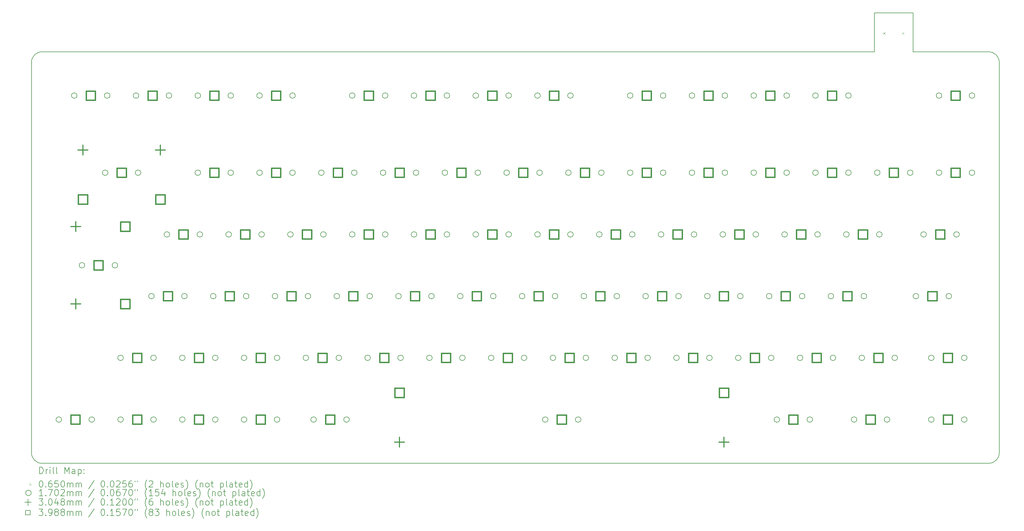
<source format=gbr>
%FSLAX45Y45*%
G04 Gerber Fmt 4.5, Leading zero omitted, Abs format (unit mm)*
G04 Created by KiCad (PCBNEW (6.0.2)) date 2022-03-04 19:39:15*
%MOMM*%
%LPD*%
G01*
G04 APERTURE LIST*
%TA.AperFunction,Profile*%
%ADD10C,0.200000*%
%TD*%
%ADD11C,0.200000*%
%ADD12C,0.065000*%
%ADD13C,0.170180*%
%ADD14C,0.304800*%
%ADD15C,0.398780*%
G04 APERTURE END LIST*
D10*
X2871726Y-3603125D02*
X28544851Y-3603125D01*
X28544851Y-2399800D02*
X28544851Y-3603125D01*
X32399226Y-15985625D02*
X32399226Y-3920625D01*
X28544851Y-2399800D02*
X29744851Y-2399800D01*
X2871726Y-3603125D02*
G75*
G03*
X2554226Y-3920625I0J-317500D01*
G01*
X32081726Y-16303125D02*
G75*
G03*
X32399226Y-15985625I0J317500D01*
G01*
X29744851Y-3603125D02*
X32081726Y-3603125D01*
X32399226Y-3920625D02*
G75*
G03*
X32081726Y-3603125I-317500J0D01*
G01*
X2871726Y-16303125D02*
X32081726Y-16303125D01*
X29744851Y-2399800D02*
X29744851Y-3603125D01*
X2554226Y-15985625D02*
G75*
G03*
X2871726Y-16303125I317500J0D01*
G01*
X2554226Y-3920625D02*
X2554226Y-15985625D01*
D11*
D12*
X28823351Y-2999135D02*
X28888351Y-3064135D01*
X28888351Y-2999135D02*
X28823351Y-3064135D01*
X29401351Y-2999135D02*
X29466351Y-3064135D01*
X29466351Y-2999135D02*
X29401351Y-3064135D01*
D13*
X3480691Y-14953750D02*
G75*
G03*
X3480691Y-14953750I-85090J0D01*
G01*
X3956941Y-4952500D02*
G75*
G03*
X3956941Y-4952500I-85090J0D01*
G01*
X4195066Y-10191250D02*
G75*
G03*
X4195066Y-10191250I-85090J0D01*
G01*
X4496691Y-14953750D02*
G75*
G03*
X4496691Y-14953750I-85090J0D01*
G01*
X4909441Y-7333750D02*
G75*
G03*
X4909441Y-7333750I-85090J0D01*
G01*
X4972941Y-4952500D02*
G75*
G03*
X4972941Y-4952500I-85090J0D01*
G01*
X5211066Y-10191250D02*
G75*
G03*
X5211066Y-10191250I-85090J0D01*
G01*
X5385691Y-13048750D02*
G75*
G03*
X5385691Y-13048750I-85090J0D01*
G01*
X5385691Y-14953750D02*
G75*
G03*
X5385691Y-14953750I-85090J0D01*
G01*
X5861941Y-4952500D02*
G75*
G03*
X5861941Y-4952500I-85090J0D01*
G01*
X5925441Y-7333750D02*
G75*
G03*
X5925441Y-7333750I-85090J0D01*
G01*
X6338191Y-11143750D02*
G75*
G03*
X6338191Y-11143750I-85090J0D01*
G01*
X6401691Y-13048750D02*
G75*
G03*
X6401691Y-13048750I-85090J0D01*
G01*
X6401691Y-14953750D02*
G75*
G03*
X6401691Y-14953750I-85090J0D01*
G01*
X6814441Y-9238750D02*
G75*
G03*
X6814441Y-9238750I-85090J0D01*
G01*
X6877941Y-4952500D02*
G75*
G03*
X6877941Y-4952500I-85090J0D01*
G01*
X7290691Y-13048750D02*
G75*
G03*
X7290691Y-13048750I-85090J0D01*
G01*
X7290691Y-14953750D02*
G75*
G03*
X7290691Y-14953750I-85090J0D01*
G01*
X7354191Y-11143750D02*
G75*
G03*
X7354191Y-11143750I-85090J0D01*
G01*
X7766941Y-4952500D02*
G75*
G03*
X7766941Y-4952500I-85090J0D01*
G01*
X7766941Y-7333750D02*
G75*
G03*
X7766941Y-7333750I-85090J0D01*
G01*
X7830441Y-9238750D02*
G75*
G03*
X7830441Y-9238750I-85090J0D01*
G01*
X8243191Y-11143750D02*
G75*
G03*
X8243191Y-11143750I-85090J0D01*
G01*
X8306691Y-13048750D02*
G75*
G03*
X8306691Y-13048750I-85090J0D01*
G01*
X8306691Y-14953750D02*
G75*
G03*
X8306691Y-14953750I-85090J0D01*
G01*
X8719441Y-9238750D02*
G75*
G03*
X8719441Y-9238750I-85090J0D01*
G01*
X8782941Y-4952500D02*
G75*
G03*
X8782941Y-4952500I-85090J0D01*
G01*
X8782941Y-7333750D02*
G75*
G03*
X8782941Y-7333750I-85090J0D01*
G01*
X9195691Y-13048750D02*
G75*
G03*
X9195691Y-13048750I-85090J0D01*
G01*
X9195691Y-14953750D02*
G75*
G03*
X9195691Y-14953750I-85090J0D01*
G01*
X9259191Y-11143750D02*
G75*
G03*
X9259191Y-11143750I-85090J0D01*
G01*
X9671941Y-4952500D02*
G75*
G03*
X9671941Y-4952500I-85090J0D01*
G01*
X9671941Y-7333750D02*
G75*
G03*
X9671941Y-7333750I-85090J0D01*
G01*
X9735441Y-9238750D02*
G75*
G03*
X9735441Y-9238750I-85090J0D01*
G01*
X10148191Y-11143750D02*
G75*
G03*
X10148191Y-11143750I-85090J0D01*
G01*
X10211691Y-13048750D02*
G75*
G03*
X10211691Y-13048750I-85090J0D01*
G01*
X10211691Y-14953750D02*
G75*
G03*
X10211691Y-14953750I-85090J0D01*
G01*
X10624441Y-9238750D02*
G75*
G03*
X10624441Y-9238750I-85090J0D01*
G01*
X10687941Y-4952500D02*
G75*
G03*
X10687941Y-4952500I-85090J0D01*
G01*
X10687941Y-7333750D02*
G75*
G03*
X10687941Y-7333750I-85090J0D01*
G01*
X11100691Y-13048750D02*
G75*
G03*
X11100691Y-13048750I-85090J0D01*
G01*
X11164191Y-11143750D02*
G75*
G03*
X11164191Y-11143750I-85090J0D01*
G01*
X11338816Y-14953750D02*
G75*
G03*
X11338816Y-14953750I-85090J0D01*
G01*
X11576941Y-7333750D02*
G75*
G03*
X11576941Y-7333750I-85090J0D01*
G01*
X11640441Y-9238750D02*
G75*
G03*
X11640441Y-9238750I-85090J0D01*
G01*
X12053191Y-11143750D02*
G75*
G03*
X12053191Y-11143750I-85090J0D01*
G01*
X12116691Y-13048750D02*
G75*
G03*
X12116691Y-13048750I-85090J0D01*
G01*
X12354816Y-14953750D02*
G75*
G03*
X12354816Y-14953750I-85090J0D01*
G01*
X12529441Y-4952500D02*
G75*
G03*
X12529441Y-4952500I-85090J0D01*
G01*
X12529441Y-9238750D02*
G75*
G03*
X12529441Y-9238750I-85090J0D01*
G01*
X12592941Y-7333750D02*
G75*
G03*
X12592941Y-7333750I-85090J0D01*
G01*
X13005691Y-13048750D02*
G75*
G03*
X13005691Y-13048750I-85090J0D01*
G01*
X13069191Y-11143750D02*
G75*
G03*
X13069191Y-11143750I-85090J0D01*
G01*
X13481941Y-7333750D02*
G75*
G03*
X13481941Y-7333750I-85090J0D01*
G01*
X13545441Y-4952500D02*
G75*
G03*
X13545441Y-4952500I-85090J0D01*
G01*
X13545441Y-9238750D02*
G75*
G03*
X13545441Y-9238750I-85090J0D01*
G01*
X13958191Y-11143750D02*
G75*
G03*
X13958191Y-11143750I-85090J0D01*
G01*
X14021691Y-13048750D02*
G75*
G03*
X14021691Y-13048750I-85090J0D01*
G01*
X14434441Y-4952500D02*
G75*
G03*
X14434441Y-4952500I-85090J0D01*
G01*
X14434441Y-9238750D02*
G75*
G03*
X14434441Y-9238750I-85090J0D01*
G01*
X14497941Y-7333750D02*
G75*
G03*
X14497941Y-7333750I-85090J0D01*
G01*
X14910691Y-13048750D02*
G75*
G03*
X14910691Y-13048750I-85090J0D01*
G01*
X14974191Y-11143750D02*
G75*
G03*
X14974191Y-11143750I-85090J0D01*
G01*
X15386941Y-7333750D02*
G75*
G03*
X15386941Y-7333750I-85090J0D01*
G01*
X15450441Y-4952500D02*
G75*
G03*
X15450441Y-4952500I-85090J0D01*
G01*
X15450441Y-9238750D02*
G75*
G03*
X15450441Y-9238750I-85090J0D01*
G01*
X15863191Y-11143750D02*
G75*
G03*
X15863191Y-11143750I-85090J0D01*
G01*
X15926691Y-13048750D02*
G75*
G03*
X15926691Y-13048750I-85090J0D01*
G01*
X16339441Y-4952500D02*
G75*
G03*
X16339441Y-4952500I-85090J0D01*
G01*
X16339441Y-9238750D02*
G75*
G03*
X16339441Y-9238750I-85090J0D01*
G01*
X16402941Y-7333750D02*
G75*
G03*
X16402941Y-7333750I-85090J0D01*
G01*
X16815691Y-13048750D02*
G75*
G03*
X16815691Y-13048750I-85090J0D01*
G01*
X16879191Y-11143750D02*
G75*
G03*
X16879191Y-11143750I-85090J0D01*
G01*
X17291941Y-7333750D02*
G75*
G03*
X17291941Y-7333750I-85090J0D01*
G01*
X17355441Y-4952500D02*
G75*
G03*
X17355441Y-4952500I-85090J0D01*
G01*
X17355441Y-9238750D02*
G75*
G03*
X17355441Y-9238750I-85090J0D01*
G01*
X17768191Y-11143750D02*
G75*
G03*
X17768191Y-11143750I-85090J0D01*
G01*
X17831691Y-13048750D02*
G75*
G03*
X17831691Y-13048750I-85090J0D01*
G01*
X18244441Y-4952500D02*
G75*
G03*
X18244441Y-4952500I-85090J0D01*
G01*
X18244441Y-9238750D02*
G75*
G03*
X18244441Y-9238750I-85090J0D01*
G01*
X18307941Y-7333750D02*
G75*
G03*
X18307941Y-7333750I-85090J0D01*
G01*
X18482566Y-14953750D02*
G75*
G03*
X18482566Y-14953750I-85090J0D01*
G01*
X18720691Y-13048750D02*
G75*
G03*
X18720691Y-13048750I-85090J0D01*
G01*
X18784191Y-11143750D02*
G75*
G03*
X18784191Y-11143750I-85090J0D01*
G01*
X19196941Y-7333750D02*
G75*
G03*
X19196941Y-7333750I-85090J0D01*
G01*
X19260441Y-4952500D02*
G75*
G03*
X19260441Y-4952500I-85090J0D01*
G01*
X19260441Y-9238750D02*
G75*
G03*
X19260441Y-9238750I-85090J0D01*
G01*
X19498566Y-14953750D02*
G75*
G03*
X19498566Y-14953750I-85090J0D01*
G01*
X19673191Y-11143750D02*
G75*
G03*
X19673191Y-11143750I-85090J0D01*
G01*
X19736691Y-13048750D02*
G75*
G03*
X19736691Y-13048750I-85090J0D01*
G01*
X20149441Y-9238750D02*
G75*
G03*
X20149441Y-9238750I-85090J0D01*
G01*
X20212941Y-7333750D02*
G75*
G03*
X20212941Y-7333750I-85090J0D01*
G01*
X20625691Y-13048750D02*
G75*
G03*
X20625691Y-13048750I-85090J0D01*
G01*
X20689191Y-11143750D02*
G75*
G03*
X20689191Y-11143750I-85090J0D01*
G01*
X21101941Y-4952500D02*
G75*
G03*
X21101941Y-4952500I-85090J0D01*
G01*
X21101941Y-7333750D02*
G75*
G03*
X21101941Y-7333750I-85090J0D01*
G01*
X21165441Y-9238750D02*
G75*
G03*
X21165441Y-9238750I-85090J0D01*
G01*
X21578191Y-11143750D02*
G75*
G03*
X21578191Y-11143750I-85090J0D01*
G01*
X21641691Y-13048750D02*
G75*
G03*
X21641691Y-13048750I-85090J0D01*
G01*
X22054441Y-9238750D02*
G75*
G03*
X22054441Y-9238750I-85090J0D01*
G01*
X22117941Y-4952500D02*
G75*
G03*
X22117941Y-4952500I-85090J0D01*
G01*
X22117941Y-7333750D02*
G75*
G03*
X22117941Y-7333750I-85090J0D01*
G01*
X22530691Y-13048750D02*
G75*
G03*
X22530691Y-13048750I-85090J0D01*
G01*
X22594191Y-11143750D02*
G75*
G03*
X22594191Y-11143750I-85090J0D01*
G01*
X23006941Y-4952500D02*
G75*
G03*
X23006941Y-4952500I-85090J0D01*
G01*
X23006941Y-7333750D02*
G75*
G03*
X23006941Y-7333750I-85090J0D01*
G01*
X23070441Y-9238750D02*
G75*
G03*
X23070441Y-9238750I-85090J0D01*
G01*
X23483191Y-11143750D02*
G75*
G03*
X23483191Y-11143750I-85090J0D01*
G01*
X23546691Y-13048750D02*
G75*
G03*
X23546691Y-13048750I-85090J0D01*
G01*
X23959441Y-9238750D02*
G75*
G03*
X23959441Y-9238750I-85090J0D01*
G01*
X24022941Y-4952500D02*
G75*
G03*
X24022941Y-4952500I-85090J0D01*
G01*
X24022941Y-7333750D02*
G75*
G03*
X24022941Y-7333750I-85090J0D01*
G01*
X24435691Y-13048750D02*
G75*
G03*
X24435691Y-13048750I-85090J0D01*
G01*
X24499191Y-11143750D02*
G75*
G03*
X24499191Y-11143750I-85090J0D01*
G01*
X24911941Y-7333750D02*
G75*
G03*
X24911941Y-7333750I-85090J0D01*
G01*
X24912441Y-4952500D02*
G75*
G03*
X24912441Y-4952500I-85090J0D01*
G01*
X24975441Y-9238750D02*
G75*
G03*
X24975441Y-9238750I-85090J0D01*
G01*
X25388191Y-11143750D02*
G75*
G03*
X25388191Y-11143750I-85090J0D01*
G01*
X25451691Y-13048750D02*
G75*
G03*
X25451691Y-13048750I-85090J0D01*
G01*
X25626316Y-14953750D02*
G75*
G03*
X25626316Y-14953750I-85090J0D01*
G01*
X25864441Y-9238750D02*
G75*
G03*
X25864441Y-9238750I-85090J0D01*
G01*
X25927941Y-7333750D02*
G75*
G03*
X25927941Y-7333750I-85090J0D01*
G01*
X25928441Y-4952500D02*
G75*
G03*
X25928441Y-4952500I-85090J0D01*
G01*
X26340691Y-13048750D02*
G75*
G03*
X26340691Y-13048750I-85090J0D01*
G01*
X26404191Y-11143750D02*
G75*
G03*
X26404191Y-11143750I-85090J0D01*
G01*
X26642316Y-14953750D02*
G75*
G03*
X26642316Y-14953750I-85090J0D01*
G01*
X26816941Y-4952500D02*
G75*
G03*
X26816941Y-4952500I-85090J0D01*
G01*
X26816941Y-7333750D02*
G75*
G03*
X26816941Y-7333750I-85090J0D01*
G01*
X26880441Y-9238750D02*
G75*
G03*
X26880441Y-9238750I-85090J0D01*
G01*
X27293191Y-11143750D02*
G75*
G03*
X27293191Y-11143750I-85090J0D01*
G01*
X27356691Y-13048750D02*
G75*
G03*
X27356691Y-13048750I-85090J0D01*
G01*
X27769441Y-9238750D02*
G75*
G03*
X27769441Y-9238750I-85090J0D01*
G01*
X27832941Y-4952500D02*
G75*
G03*
X27832941Y-4952500I-85090J0D01*
G01*
X27832941Y-7333750D02*
G75*
G03*
X27832941Y-7333750I-85090J0D01*
G01*
X28007566Y-14953750D02*
G75*
G03*
X28007566Y-14953750I-85090J0D01*
G01*
X28245691Y-13048750D02*
G75*
G03*
X28245691Y-13048750I-85090J0D01*
G01*
X28309191Y-11143750D02*
G75*
G03*
X28309191Y-11143750I-85090J0D01*
G01*
X28721941Y-7333750D02*
G75*
G03*
X28721941Y-7333750I-85090J0D01*
G01*
X28785441Y-9238750D02*
G75*
G03*
X28785441Y-9238750I-85090J0D01*
G01*
X29023566Y-14953750D02*
G75*
G03*
X29023566Y-14953750I-85090J0D01*
G01*
X29261691Y-13048750D02*
G75*
G03*
X29261691Y-13048750I-85090J0D01*
G01*
X29737941Y-7333750D02*
G75*
G03*
X29737941Y-7333750I-85090J0D01*
G01*
X29912566Y-11143750D02*
G75*
G03*
X29912566Y-11143750I-85090J0D01*
G01*
X30150691Y-9238750D02*
G75*
G03*
X30150691Y-9238750I-85090J0D01*
G01*
X30388816Y-13048750D02*
G75*
G03*
X30388816Y-13048750I-85090J0D01*
G01*
X30388816Y-14953750D02*
G75*
G03*
X30388816Y-14953750I-85090J0D01*
G01*
X30626941Y-4952500D02*
G75*
G03*
X30626941Y-4952500I-85090J0D01*
G01*
X30626941Y-7333750D02*
G75*
G03*
X30626941Y-7333750I-85090J0D01*
G01*
X30928566Y-11143750D02*
G75*
G03*
X30928566Y-11143750I-85090J0D01*
G01*
X31166691Y-9238750D02*
G75*
G03*
X31166691Y-9238750I-85090J0D01*
G01*
X31404816Y-13048750D02*
G75*
G03*
X31404816Y-13048750I-85090J0D01*
G01*
X31404816Y-14953750D02*
G75*
G03*
X31404816Y-14953750I-85090J0D01*
G01*
X31642941Y-4952500D02*
G75*
G03*
X31642941Y-4952500I-85090J0D01*
G01*
X31642941Y-7333750D02*
G75*
G03*
X31642941Y-7333750I-85090J0D01*
G01*
D14*
X3919476Y-8845050D02*
X3919476Y-9149850D01*
X3767076Y-8997450D02*
X4071876Y-8997450D01*
X3919476Y-11232650D02*
X3919476Y-11537450D01*
X3767076Y-11385050D02*
X4071876Y-11385050D01*
X4138551Y-6482850D02*
X4138551Y-6787650D01*
X3986151Y-6635250D02*
X4290951Y-6635250D01*
X6526151Y-6482850D02*
X6526151Y-6787650D01*
X6373751Y-6635250D02*
X6678551Y-6635250D01*
X13901676Y-15499850D02*
X13901676Y-15804650D01*
X13749276Y-15652250D02*
X14054076Y-15652250D01*
X23909276Y-15499850D02*
X23909276Y-15804650D01*
X23756876Y-15652250D02*
X24061676Y-15652250D01*
D15*
X4044593Y-15094741D02*
X4044593Y-14812759D01*
X3762610Y-14812759D01*
X3762610Y-15094741D01*
X4044593Y-15094741D01*
X4279543Y-8300241D02*
X4279543Y-8018259D01*
X3997560Y-8018259D01*
X3997560Y-8300241D01*
X4279543Y-8300241D01*
X4520843Y-5093491D02*
X4520843Y-4811509D01*
X4238860Y-4811509D01*
X4238860Y-5093491D01*
X4520843Y-5093491D01*
X4758968Y-10332241D02*
X4758968Y-10050259D01*
X4476985Y-10050259D01*
X4476985Y-10332241D01*
X4758968Y-10332241D01*
X5473343Y-7474741D02*
X5473343Y-7192759D01*
X5191360Y-7192759D01*
X5191360Y-7474741D01*
X5473343Y-7474741D01*
X5584468Y-9138441D02*
X5584468Y-8856459D01*
X5302485Y-8856459D01*
X5302485Y-9138441D01*
X5584468Y-9138441D01*
X5584468Y-11526041D02*
X5584468Y-11244059D01*
X5302485Y-11244059D01*
X5302485Y-11526041D01*
X5584468Y-11526041D01*
X5949593Y-13189741D02*
X5949593Y-12907759D01*
X5667610Y-12907759D01*
X5667610Y-13189741D01*
X5949593Y-13189741D01*
X5949593Y-15094741D02*
X5949593Y-14812759D01*
X5667610Y-14812759D01*
X5667610Y-15094741D01*
X5949593Y-15094741D01*
X6425843Y-5093491D02*
X6425843Y-4811509D01*
X6143860Y-4811509D01*
X6143860Y-5093491D01*
X6425843Y-5093491D01*
X6667143Y-8300241D02*
X6667143Y-8018259D01*
X6385160Y-8018259D01*
X6385160Y-8300241D01*
X6667143Y-8300241D01*
X6902093Y-11284741D02*
X6902093Y-11002759D01*
X6620110Y-11002759D01*
X6620110Y-11284741D01*
X6902093Y-11284741D01*
X7378343Y-9379741D02*
X7378343Y-9097759D01*
X7096360Y-9097759D01*
X7096360Y-9379741D01*
X7378343Y-9379741D01*
X7854593Y-13189741D02*
X7854593Y-12907759D01*
X7572610Y-12907759D01*
X7572610Y-13189741D01*
X7854593Y-13189741D01*
X7854593Y-15094741D02*
X7854593Y-14812759D01*
X7572610Y-14812759D01*
X7572610Y-15094741D01*
X7854593Y-15094741D01*
X8330843Y-5093491D02*
X8330843Y-4811509D01*
X8048860Y-4811509D01*
X8048860Y-5093491D01*
X8330843Y-5093491D01*
X8330843Y-7474741D02*
X8330843Y-7192759D01*
X8048860Y-7192759D01*
X8048860Y-7474741D01*
X8330843Y-7474741D01*
X8807093Y-11284741D02*
X8807093Y-11002759D01*
X8525110Y-11002759D01*
X8525110Y-11284741D01*
X8807093Y-11284741D01*
X9283343Y-9379741D02*
X9283343Y-9097759D01*
X9001360Y-9097759D01*
X9001360Y-9379741D01*
X9283343Y-9379741D01*
X9759593Y-13189741D02*
X9759593Y-12907759D01*
X9477610Y-12907759D01*
X9477610Y-13189741D01*
X9759593Y-13189741D01*
X9759593Y-15094741D02*
X9759593Y-14812759D01*
X9477610Y-14812759D01*
X9477610Y-15094741D01*
X9759593Y-15094741D01*
X10235843Y-5093491D02*
X10235843Y-4811509D01*
X9953860Y-4811509D01*
X9953860Y-5093491D01*
X10235843Y-5093491D01*
X10235843Y-7474741D02*
X10235843Y-7192759D01*
X9953860Y-7192759D01*
X9953860Y-7474741D01*
X10235843Y-7474741D01*
X10712093Y-11284741D02*
X10712093Y-11002759D01*
X10430110Y-11002759D01*
X10430110Y-11284741D01*
X10712093Y-11284741D01*
X11188343Y-9379741D02*
X11188343Y-9097759D01*
X10906360Y-9097759D01*
X10906360Y-9379741D01*
X11188343Y-9379741D01*
X11664593Y-13189741D02*
X11664593Y-12907759D01*
X11382610Y-12907759D01*
X11382610Y-13189741D01*
X11664593Y-13189741D01*
X11902718Y-15094741D02*
X11902718Y-14812759D01*
X11620735Y-14812759D01*
X11620735Y-15094741D01*
X11902718Y-15094741D01*
X12140843Y-7474741D02*
X12140843Y-7192759D01*
X11858860Y-7192759D01*
X11858860Y-7474741D01*
X12140843Y-7474741D01*
X12617093Y-11284741D02*
X12617093Y-11002759D01*
X12335110Y-11002759D01*
X12335110Y-11284741D01*
X12617093Y-11284741D01*
X13093343Y-5093491D02*
X13093343Y-4811509D01*
X12811360Y-4811509D01*
X12811360Y-5093491D01*
X13093343Y-5093491D01*
X13093343Y-9379741D02*
X13093343Y-9097759D01*
X12811360Y-9097759D01*
X12811360Y-9379741D01*
X13093343Y-9379741D01*
X13569593Y-13189741D02*
X13569593Y-12907759D01*
X13287610Y-12907759D01*
X13287610Y-13189741D01*
X13569593Y-13189741D01*
X14042668Y-14269241D02*
X14042668Y-13987259D01*
X13760685Y-13987259D01*
X13760685Y-14269241D01*
X14042668Y-14269241D01*
X14045843Y-7474741D02*
X14045843Y-7192759D01*
X13763860Y-7192759D01*
X13763860Y-7474741D01*
X14045843Y-7474741D01*
X14522093Y-11284741D02*
X14522093Y-11002759D01*
X14240110Y-11002759D01*
X14240110Y-11284741D01*
X14522093Y-11284741D01*
X14998343Y-5093491D02*
X14998343Y-4811509D01*
X14716360Y-4811509D01*
X14716360Y-5093491D01*
X14998343Y-5093491D01*
X14998343Y-9379741D02*
X14998343Y-9097759D01*
X14716360Y-9097759D01*
X14716360Y-9379741D01*
X14998343Y-9379741D01*
X15474593Y-13189741D02*
X15474593Y-12907759D01*
X15192610Y-12907759D01*
X15192610Y-13189741D01*
X15474593Y-13189741D01*
X15950843Y-7474741D02*
X15950843Y-7192759D01*
X15668860Y-7192759D01*
X15668860Y-7474741D01*
X15950843Y-7474741D01*
X16427093Y-11284741D02*
X16427093Y-11002759D01*
X16145110Y-11002759D01*
X16145110Y-11284741D01*
X16427093Y-11284741D01*
X16903343Y-5093491D02*
X16903343Y-4811509D01*
X16621360Y-4811509D01*
X16621360Y-5093491D01*
X16903343Y-5093491D01*
X16903343Y-9379741D02*
X16903343Y-9097759D01*
X16621360Y-9097759D01*
X16621360Y-9379741D01*
X16903343Y-9379741D01*
X17379593Y-13189741D02*
X17379593Y-12907759D01*
X17097610Y-12907759D01*
X17097610Y-13189741D01*
X17379593Y-13189741D01*
X17855843Y-7474741D02*
X17855843Y-7192759D01*
X17573860Y-7192759D01*
X17573860Y-7474741D01*
X17855843Y-7474741D01*
X18332093Y-11284741D02*
X18332093Y-11002759D01*
X18050110Y-11002759D01*
X18050110Y-11284741D01*
X18332093Y-11284741D01*
X18808343Y-5093491D02*
X18808343Y-4811509D01*
X18526360Y-4811509D01*
X18526360Y-5093491D01*
X18808343Y-5093491D01*
X18808343Y-9379741D02*
X18808343Y-9097759D01*
X18526360Y-9097759D01*
X18526360Y-9379741D01*
X18808343Y-9379741D01*
X19046468Y-15094741D02*
X19046468Y-14812759D01*
X18764485Y-14812759D01*
X18764485Y-15094741D01*
X19046468Y-15094741D01*
X19284593Y-13189741D02*
X19284593Y-12907759D01*
X19002610Y-12907759D01*
X19002610Y-13189741D01*
X19284593Y-13189741D01*
X19760843Y-7474741D02*
X19760843Y-7192759D01*
X19478860Y-7192759D01*
X19478860Y-7474741D01*
X19760843Y-7474741D01*
X20237093Y-11284741D02*
X20237093Y-11002759D01*
X19955110Y-11002759D01*
X19955110Y-11284741D01*
X20237093Y-11284741D01*
X20713343Y-9379741D02*
X20713343Y-9097759D01*
X20431360Y-9097759D01*
X20431360Y-9379741D01*
X20713343Y-9379741D01*
X21189593Y-13189741D02*
X21189593Y-12907759D01*
X20907610Y-12907759D01*
X20907610Y-13189741D01*
X21189593Y-13189741D01*
X21665843Y-5093491D02*
X21665843Y-4811509D01*
X21383860Y-4811509D01*
X21383860Y-5093491D01*
X21665843Y-5093491D01*
X21665843Y-7474741D02*
X21665843Y-7192759D01*
X21383860Y-7192759D01*
X21383860Y-7474741D01*
X21665843Y-7474741D01*
X22142093Y-11284741D02*
X22142093Y-11002759D01*
X21860110Y-11002759D01*
X21860110Y-11284741D01*
X22142093Y-11284741D01*
X22618343Y-9379741D02*
X22618343Y-9097759D01*
X22336360Y-9097759D01*
X22336360Y-9379741D01*
X22618343Y-9379741D01*
X23094593Y-13189741D02*
X23094593Y-12907759D01*
X22812610Y-12907759D01*
X22812610Y-13189741D01*
X23094593Y-13189741D01*
X23570843Y-5093491D02*
X23570843Y-4811509D01*
X23288860Y-4811509D01*
X23288860Y-5093491D01*
X23570843Y-5093491D01*
X23570843Y-7474741D02*
X23570843Y-7192759D01*
X23288860Y-7192759D01*
X23288860Y-7474741D01*
X23570843Y-7474741D01*
X24047093Y-11284741D02*
X24047093Y-11002759D01*
X23765110Y-11002759D01*
X23765110Y-11284741D01*
X24047093Y-11284741D01*
X24050268Y-14269241D02*
X24050268Y-13987259D01*
X23768285Y-13987259D01*
X23768285Y-14269241D01*
X24050268Y-14269241D01*
X24523343Y-9379741D02*
X24523343Y-9097759D01*
X24241360Y-9097759D01*
X24241360Y-9379741D01*
X24523343Y-9379741D01*
X24999593Y-13189741D02*
X24999593Y-12907759D01*
X24717610Y-12907759D01*
X24717610Y-13189741D01*
X24999593Y-13189741D01*
X25475843Y-7474741D02*
X25475843Y-7192759D01*
X25193860Y-7192759D01*
X25193860Y-7474741D01*
X25475843Y-7474741D01*
X25476343Y-5093491D02*
X25476343Y-4811509D01*
X25194360Y-4811509D01*
X25194360Y-5093491D01*
X25476343Y-5093491D01*
X25952093Y-11284741D02*
X25952093Y-11002759D01*
X25670110Y-11002759D01*
X25670110Y-11284741D01*
X25952093Y-11284741D01*
X26190218Y-15094741D02*
X26190218Y-14812759D01*
X25908235Y-14812759D01*
X25908235Y-15094741D01*
X26190218Y-15094741D01*
X26428343Y-9379741D02*
X26428343Y-9097759D01*
X26146360Y-9097759D01*
X26146360Y-9379741D01*
X26428343Y-9379741D01*
X26904593Y-13189741D02*
X26904593Y-12907759D01*
X26622610Y-12907759D01*
X26622610Y-13189741D01*
X26904593Y-13189741D01*
X27380843Y-5093491D02*
X27380843Y-4811509D01*
X27098860Y-4811509D01*
X27098860Y-5093491D01*
X27380843Y-5093491D01*
X27380843Y-7474741D02*
X27380843Y-7192759D01*
X27098860Y-7192759D01*
X27098860Y-7474741D01*
X27380843Y-7474741D01*
X27857093Y-11284741D02*
X27857093Y-11002759D01*
X27575110Y-11002759D01*
X27575110Y-11284741D01*
X27857093Y-11284741D01*
X28333343Y-9379741D02*
X28333343Y-9097759D01*
X28051360Y-9097759D01*
X28051360Y-9379741D01*
X28333343Y-9379741D01*
X28571468Y-15094741D02*
X28571468Y-14812759D01*
X28289485Y-14812759D01*
X28289485Y-15094741D01*
X28571468Y-15094741D01*
X28809593Y-13189741D02*
X28809593Y-12907759D01*
X28527610Y-12907759D01*
X28527610Y-13189741D01*
X28809593Y-13189741D01*
X29285843Y-7474741D02*
X29285843Y-7192759D01*
X29003860Y-7192759D01*
X29003860Y-7474741D01*
X29285843Y-7474741D01*
X30476468Y-11284741D02*
X30476468Y-11002759D01*
X30194485Y-11002759D01*
X30194485Y-11284741D01*
X30476468Y-11284741D01*
X30714593Y-9379741D02*
X30714593Y-9097759D01*
X30432610Y-9097759D01*
X30432610Y-9379741D01*
X30714593Y-9379741D01*
X30952718Y-13189741D02*
X30952718Y-12907759D01*
X30670735Y-12907759D01*
X30670735Y-13189741D01*
X30952718Y-13189741D01*
X30952718Y-15094741D02*
X30952718Y-14812759D01*
X30670735Y-14812759D01*
X30670735Y-15094741D01*
X30952718Y-15094741D01*
X31190843Y-5093491D02*
X31190843Y-4811509D01*
X30908860Y-4811509D01*
X30908860Y-5093491D01*
X31190843Y-5093491D01*
X31190843Y-7474741D02*
X31190843Y-7192759D01*
X30908860Y-7192759D01*
X30908860Y-7474741D01*
X31190843Y-7474741D01*
D11*
X2801845Y-16623601D02*
X2801845Y-16423601D01*
X2849464Y-16423601D01*
X2878036Y-16433125D01*
X2897083Y-16452173D01*
X2906607Y-16471220D01*
X2916131Y-16509315D01*
X2916131Y-16537887D01*
X2906607Y-16575982D01*
X2897083Y-16595030D01*
X2878036Y-16614077D01*
X2849464Y-16623601D01*
X2801845Y-16623601D01*
X3001845Y-16623601D02*
X3001845Y-16490268D01*
X3001845Y-16528363D02*
X3011369Y-16509315D01*
X3020893Y-16499792D01*
X3039940Y-16490268D01*
X3058988Y-16490268D01*
X3125655Y-16623601D02*
X3125655Y-16490268D01*
X3125655Y-16423601D02*
X3116131Y-16433125D01*
X3125655Y-16442649D01*
X3135178Y-16433125D01*
X3125655Y-16423601D01*
X3125655Y-16442649D01*
X3249464Y-16623601D02*
X3230417Y-16614077D01*
X3220893Y-16595030D01*
X3220893Y-16423601D01*
X3354226Y-16623601D02*
X3335178Y-16614077D01*
X3325655Y-16595030D01*
X3325655Y-16423601D01*
X3582798Y-16623601D02*
X3582798Y-16423601D01*
X3649464Y-16566458D01*
X3716131Y-16423601D01*
X3716131Y-16623601D01*
X3897083Y-16623601D02*
X3897083Y-16518839D01*
X3887559Y-16499792D01*
X3868512Y-16490268D01*
X3830417Y-16490268D01*
X3811369Y-16499792D01*
X3897083Y-16614077D02*
X3878036Y-16623601D01*
X3830417Y-16623601D01*
X3811369Y-16614077D01*
X3801845Y-16595030D01*
X3801845Y-16575982D01*
X3811369Y-16556934D01*
X3830417Y-16547411D01*
X3878036Y-16547411D01*
X3897083Y-16537887D01*
X3992321Y-16490268D02*
X3992321Y-16690268D01*
X3992321Y-16499792D02*
X4011369Y-16490268D01*
X4049464Y-16490268D01*
X4068512Y-16499792D01*
X4078036Y-16509315D01*
X4087559Y-16528363D01*
X4087559Y-16585506D01*
X4078036Y-16604553D01*
X4068512Y-16614077D01*
X4049464Y-16623601D01*
X4011369Y-16623601D01*
X3992321Y-16614077D01*
X4173274Y-16604553D02*
X4182798Y-16614077D01*
X4173274Y-16623601D01*
X4163750Y-16614077D01*
X4173274Y-16604553D01*
X4173274Y-16623601D01*
X4173274Y-16499792D02*
X4182798Y-16509315D01*
X4173274Y-16518839D01*
X4163750Y-16509315D01*
X4173274Y-16499792D01*
X4173274Y-16518839D01*
D12*
X2479226Y-16920625D02*
X2544226Y-16985625D01*
X2544226Y-16920625D02*
X2479226Y-16985625D01*
D11*
X2839940Y-16843601D02*
X2858988Y-16843601D01*
X2878036Y-16853125D01*
X2887559Y-16862649D01*
X2897083Y-16881696D01*
X2906607Y-16919792D01*
X2906607Y-16967411D01*
X2897083Y-17005506D01*
X2887559Y-17024554D01*
X2878036Y-17034077D01*
X2858988Y-17043601D01*
X2839940Y-17043601D01*
X2820893Y-17034077D01*
X2811369Y-17024554D01*
X2801845Y-17005506D01*
X2792321Y-16967411D01*
X2792321Y-16919792D01*
X2801845Y-16881696D01*
X2811369Y-16862649D01*
X2820893Y-16853125D01*
X2839940Y-16843601D01*
X2992321Y-17024554D02*
X3001845Y-17034077D01*
X2992321Y-17043601D01*
X2982798Y-17034077D01*
X2992321Y-17024554D01*
X2992321Y-17043601D01*
X3173274Y-16843601D02*
X3135178Y-16843601D01*
X3116131Y-16853125D01*
X3106607Y-16862649D01*
X3087559Y-16891220D01*
X3078036Y-16929315D01*
X3078036Y-17005506D01*
X3087559Y-17024554D01*
X3097083Y-17034077D01*
X3116131Y-17043601D01*
X3154226Y-17043601D01*
X3173274Y-17034077D01*
X3182798Y-17024554D01*
X3192321Y-17005506D01*
X3192321Y-16957887D01*
X3182798Y-16938839D01*
X3173274Y-16929315D01*
X3154226Y-16919792D01*
X3116131Y-16919792D01*
X3097083Y-16929315D01*
X3087559Y-16938839D01*
X3078036Y-16957887D01*
X3373274Y-16843601D02*
X3278036Y-16843601D01*
X3268512Y-16938839D01*
X3278036Y-16929315D01*
X3297083Y-16919792D01*
X3344702Y-16919792D01*
X3363750Y-16929315D01*
X3373274Y-16938839D01*
X3382798Y-16957887D01*
X3382798Y-17005506D01*
X3373274Y-17024554D01*
X3363750Y-17034077D01*
X3344702Y-17043601D01*
X3297083Y-17043601D01*
X3278036Y-17034077D01*
X3268512Y-17024554D01*
X3506607Y-16843601D02*
X3525655Y-16843601D01*
X3544702Y-16853125D01*
X3554226Y-16862649D01*
X3563750Y-16881696D01*
X3573274Y-16919792D01*
X3573274Y-16967411D01*
X3563750Y-17005506D01*
X3554226Y-17024554D01*
X3544702Y-17034077D01*
X3525655Y-17043601D01*
X3506607Y-17043601D01*
X3487559Y-17034077D01*
X3478036Y-17024554D01*
X3468512Y-17005506D01*
X3458988Y-16967411D01*
X3458988Y-16919792D01*
X3468512Y-16881696D01*
X3478036Y-16862649D01*
X3487559Y-16853125D01*
X3506607Y-16843601D01*
X3658988Y-17043601D02*
X3658988Y-16910268D01*
X3658988Y-16929315D02*
X3668512Y-16919792D01*
X3687559Y-16910268D01*
X3716131Y-16910268D01*
X3735178Y-16919792D01*
X3744702Y-16938839D01*
X3744702Y-17043601D01*
X3744702Y-16938839D02*
X3754226Y-16919792D01*
X3773274Y-16910268D01*
X3801845Y-16910268D01*
X3820893Y-16919792D01*
X3830417Y-16938839D01*
X3830417Y-17043601D01*
X3925655Y-17043601D02*
X3925655Y-16910268D01*
X3925655Y-16929315D02*
X3935178Y-16919792D01*
X3954226Y-16910268D01*
X3982798Y-16910268D01*
X4001845Y-16919792D01*
X4011369Y-16938839D01*
X4011369Y-17043601D01*
X4011369Y-16938839D02*
X4020893Y-16919792D01*
X4039940Y-16910268D01*
X4068512Y-16910268D01*
X4087559Y-16919792D01*
X4097083Y-16938839D01*
X4097083Y-17043601D01*
X4487560Y-16834077D02*
X4316131Y-17091220D01*
X4744702Y-16843601D02*
X4763750Y-16843601D01*
X4782798Y-16853125D01*
X4792321Y-16862649D01*
X4801845Y-16881696D01*
X4811369Y-16919792D01*
X4811369Y-16967411D01*
X4801845Y-17005506D01*
X4792321Y-17024554D01*
X4782798Y-17034077D01*
X4763750Y-17043601D01*
X4744702Y-17043601D01*
X4725655Y-17034077D01*
X4716131Y-17024554D01*
X4706607Y-17005506D01*
X4697083Y-16967411D01*
X4697083Y-16919792D01*
X4706607Y-16881696D01*
X4716131Y-16862649D01*
X4725655Y-16853125D01*
X4744702Y-16843601D01*
X4897083Y-17024554D02*
X4906607Y-17034077D01*
X4897083Y-17043601D01*
X4887560Y-17034077D01*
X4897083Y-17024554D01*
X4897083Y-17043601D01*
X5030417Y-16843601D02*
X5049464Y-16843601D01*
X5068512Y-16853125D01*
X5078036Y-16862649D01*
X5087560Y-16881696D01*
X5097083Y-16919792D01*
X5097083Y-16967411D01*
X5087560Y-17005506D01*
X5078036Y-17024554D01*
X5068512Y-17034077D01*
X5049464Y-17043601D01*
X5030417Y-17043601D01*
X5011369Y-17034077D01*
X5001845Y-17024554D01*
X4992321Y-17005506D01*
X4982798Y-16967411D01*
X4982798Y-16919792D01*
X4992321Y-16881696D01*
X5001845Y-16862649D01*
X5011369Y-16853125D01*
X5030417Y-16843601D01*
X5173274Y-16862649D02*
X5182798Y-16853125D01*
X5201845Y-16843601D01*
X5249464Y-16843601D01*
X5268512Y-16853125D01*
X5278036Y-16862649D01*
X5287560Y-16881696D01*
X5287560Y-16900744D01*
X5278036Y-16929315D01*
X5163750Y-17043601D01*
X5287560Y-17043601D01*
X5468512Y-16843601D02*
X5373274Y-16843601D01*
X5363750Y-16938839D01*
X5373274Y-16929315D01*
X5392321Y-16919792D01*
X5439940Y-16919792D01*
X5458988Y-16929315D01*
X5468512Y-16938839D01*
X5478036Y-16957887D01*
X5478036Y-17005506D01*
X5468512Y-17024554D01*
X5458988Y-17034077D01*
X5439940Y-17043601D01*
X5392321Y-17043601D01*
X5373274Y-17034077D01*
X5363750Y-17024554D01*
X5649464Y-16843601D02*
X5611369Y-16843601D01*
X5592321Y-16853125D01*
X5582798Y-16862649D01*
X5563750Y-16891220D01*
X5554226Y-16929315D01*
X5554226Y-17005506D01*
X5563750Y-17024554D01*
X5573274Y-17034077D01*
X5592321Y-17043601D01*
X5630417Y-17043601D01*
X5649464Y-17034077D01*
X5658988Y-17024554D01*
X5668512Y-17005506D01*
X5668512Y-16957887D01*
X5658988Y-16938839D01*
X5649464Y-16929315D01*
X5630417Y-16919792D01*
X5592321Y-16919792D01*
X5573274Y-16929315D01*
X5563750Y-16938839D01*
X5554226Y-16957887D01*
X5744702Y-16843601D02*
X5744702Y-16881696D01*
X5820893Y-16843601D02*
X5820893Y-16881696D01*
X6116131Y-17119792D02*
X6106607Y-17110268D01*
X6087559Y-17081696D01*
X6078036Y-17062649D01*
X6068512Y-17034077D01*
X6058988Y-16986458D01*
X6058988Y-16948363D01*
X6068512Y-16900744D01*
X6078036Y-16872173D01*
X6087559Y-16853125D01*
X6106607Y-16824554D01*
X6116131Y-16815030D01*
X6182798Y-16862649D02*
X6192321Y-16853125D01*
X6211369Y-16843601D01*
X6258988Y-16843601D01*
X6278036Y-16853125D01*
X6287559Y-16862649D01*
X6297083Y-16881696D01*
X6297083Y-16900744D01*
X6287559Y-16929315D01*
X6173274Y-17043601D01*
X6297083Y-17043601D01*
X6535178Y-17043601D02*
X6535178Y-16843601D01*
X6620893Y-17043601D02*
X6620893Y-16938839D01*
X6611369Y-16919792D01*
X6592321Y-16910268D01*
X6563750Y-16910268D01*
X6544702Y-16919792D01*
X6535178Y-16929315D01*
X6744702Y-17043601D02*
X6725655Y-17034077D01*
X6716131Y-17024554D01*
X6706607Y-17005506D01*
X6706607Y-16948363D01*
X6716131Y-16929315D01*
X6725655Y-16919792D01*
X6744702Y-16910268D01*
X6773274Y-16910268D01*
X6792321Y-16919792D01*
X6801845Y-16929315D01*
X6811369Y-16948363D01*
X6811369Y-17005506D01*
X6801845Y-17024554D01*
X6792321Y-17034077D01*
X6773274Y-17043601D01*
X6744702Y-17043601D01*
X6925655Y-17043601D02*
X6906607Y-17034077D01*
X6897083Y-17015030D01*
X6897083Y-16843601D01*
X7078036Y-17034077D02*
X7058988Y-17043601D01*
X7020893Y-17043601D01*
X7001845Y-17034077D01*
X6992321Y-17015030D01*
X6992321Y-16938839D01*
X7001845Y-16919792D01*
X7020893Y-16910268D01*
X7058988Y-16910268D01*
X7078036Y-16919792D01*
X7087559Y-16938839D01*
X7087559Y-16957887D01*
X6992321Y-16976935D01*
X7163750Y-17034077D02*
X7182798Y-17043601D01*
X7220893Y-17043601D01*
X7239940Y-17034077D01*
X7249464Y-17015030D01*
X7249464Y-17005506D01*
X7239940Y-16986458D01*
X7220893Y-16976935D01*
X7192321Y-16976935D01*
X7173274Y-16967411D01*
X7163750Y-16948363D01*
X7163750Y-16938839D01*
X7173274Y-16919792D01*
X7192321Y-16910268D01*
X7220893Y-16910268D01*
X7239940Y-16919792D01*
X7316131Y-17119792D02*
X7325655Y-17110268D01*
X7344702Y-17081696D01*
X7354226Y-17062649D01*
X7363750Y-17034077D01*
X7373274Y-16986458D01*
X7373274Y-16948363D01*
X7363750Y-16900744D01*
X7354226Y-16872173D01*
X7344702Y-16853125D01*
X7325655Y-16824554D01*
X7316131Y-16815030D01*
X7678036Y-17119792D02*
X7668512Y-17110268D01*
X7649464Y-17081696D01*
X7639940Y-17062649D01*
X7630417Y-17034077D01*
X7620893Y-16986458D01*
X7620893Y-16948363D01*
X7630417Y-16900744D01*
X7639940Y-16872173D01*
X7649464Y-16853125D01*
X7668512Y-16824554D01*
X7678036Y-16815030D01*
X7754226Y-16910268D02*
X7754226Y-17043601D01*
X7754226Y-16929315D02*
X7763750Y-16919792D01*
X7782798Y-16910268D01*
X7811369Y-16910268D01*
X7830417Y-16919792D01*
X7839940Y-16938839D01*
X7839940Y-17043601D01*
X7963750Y-17043601D02*
X7944702Y-17034077D01*
X7935178Y-17024554D01*
X7925655Y-17005506D01*
X7925655Y-16948363D01*
X7935178Y-16929315D01*
X7944702Y-16919792D01*
X7963750Y-16910268D01*
X7992321Y-16910268D01*
X8011369Y-16919792D01*
X8020893Y-16929315D01*
X8030417Y-16948363D01*
X8030417Y-17005506D01*
X8020893Y-17024554D01*
X8011369Y-17034077D01*
X7992321Y-17043601D01*
X7963750Y-17043601D01*
X8087559Y-16910268D02*
X8163750Y-16910268D01*
X8116131Y-16843601D02*
X8116131Y-17015030D01*
X8125655Y-17034077D01*
X8144702Y-17043601D01*
X8163750Y-17043601D01*
X8382798Y-16910268D02*
X8382798Y-17110268D01*
X8382798Y-16919792D02*
X8401845Y-16910268D01*
X8439940Y-16910268D01*
X8458988Y-16919792D01*
X8468512Y-16929315D01*
X8478036Y-16948363D01*
X8478036Y-17005506D01*
X8468512Y-17024554D01*
X8458988Y-17034077D01*
X8439940Y-17043601D01*
X8401845Y-17043601D01*
X8382798Y-17034077D01*
X8592321Y-17043601D02*
X8573274Y-17034077D01*
X8563750Y-17015030D01*
X8563750Y-16843601D01*
X8754226Y-17043601D02*
X8754226Y-16938839D01*
X8744702Y-16919792D01*
X8725655Y-16910268D01*
X8687560Y-16910268D01*
X8668512Y-16919792D01*
X8754226Y-17034077D02*
X8735179Y-17043601D01*
X8687560Y-17043601D01*
X8668512Y-17034077D01*
X8658988Y-17015030D01*
X8658988Y-16995982D01*
X8668512Y-16976935D01*
X8687560Y-16967411D01*
X8735179Y-16967411D01*
X8754226Y-16957887D01*
X8820893Y-16910268D02*
X8897083Y-16910268D01*
X8849464Y-16843601D02*
X8849464Y-17015030D01*
X8858988Y-17034077D01*
X8878036Y-17043601D01*
X8897083Y-17043601D01*
X9039940Y-17034077D02*
X9020893Y-17043601D01*
X8982798Y-17043601D01*
X8963750Y-17034077D01*
X8954226Y-17015030D01*
X8954226Y-16938839D01*
X8963750Y-16919792D01*
X8982798Y-16910268D01*
X9020893Y-16910268D01*
X9039940Y-16919792D01*
X9049464Y-16938839D01*
X9049464Y-16957887D01*
X8954226Y-16976935D01*
X9220893Y-17043601D02*
X9220893Y-16843601D01*
X9220893Y-17034077D02*
X9201845Y-17043601D01*
X9163750Y-17043601D01*
X9144702Y-17034077D01*
X9135179Y-17024554D01*
X9125655Y-17005506D01*
X9125655Y-16948363D01*
X9135179Y-16929315D01*
X9144702Y-16919792D01*
X9163750Y-16910268D01*
X9201845Y-16910268D01*
X9220893Y-16919792D01*
X9297083Y-17119792D02*
X9306607Y-17110268D01*
X9325655Y-17081696D01*
X9335179Y-17062649D01*
X9344702Y-17034077D01*
X9354226Y-16986458D01*
X9354226Y-16948363D01*
X9344702Y-16900744D01*
X9335179Y-16872173D01*
X9325655Y-16853125D01*
X9306607Y-16824554D01*
X9297083Y-16815030D01*
D13*
X2544226Y-17217125D02*
G75*
G03*
X2544226Y-17217125I-85090J0D01*
G01*
D11*
X2906607Y-17307601D02*
X2792321Y-17307601D01*
X2849464Y-17307601D02*
X2849464Y-17107601D01*
X2830417Y-17136173D01*
X2811369Y-17155220D01*
X2792321Y-17164744D01*
X2992321Y-17288554D02*
X3001845Y-17298077D01*
X2992321Y-17307601D01*
X2982798Y-17298077D01*
X2992321Y-17288554D01*
X2992321Y-17307601D01*
X3068512Y-17107601D02*
X3201845Y-17107601D01*
X3116131Y-17307601D01*
X3316131Y-17107601D02*
X3335178Y-17107601D01*
X3354226Y-17117125D01*
X3363750Y-17126649D01*
X3373274Y-17145696D01*
X3382798Y-17183792D01*
X3382798Y-17231411D01*
X3373274Y-17269506D01*
X3363750Y-17288554D01*
X3354226Y-17298077D01*
X3335178Y-17307601D01*
X3316131Y-17307601D01*
X3297083Y-17298077D01*
X3287559Y-17288554D01*
X3278036Y-17269506D01*
X3268512Y-17231411D01*
X3268512Y-17183792D01*
X3278036Y-17145696D01*
X3287559Y-17126649D01*
X3297083Y-17117125D01*
X3316131Y-17107601D01*
X3458988Y-17126649D02*
X3468512Y-17117125D01*
X3487559Y-17107601D01*
X3535178Y-17107601D01*
X3554226Y-17117125D01*
X3563750Y-17126649D01*
X3573274Y-17145696D01*
X3573274Y-17164744D01*
X3563750Y-17193315D01*
X3449464Y-17307601D01*
X3573274Y-17307601D01*
X3658988Y-17307601D02*
X3658988Y-17174268D01*
X3658988Y-17193315D02*
X3668512Y-17183792D01*
X3687559Y-17174268D01*
X3716131Y-17174268D01*
X3735178Y-17183792D01*
X3744702Y-17202839D01*
X3744702Y-17307601D01*
X3744702Y-17202839D02*
X3754226Y-17183792D01*
X3773274Y-17174268D01*
X3801845Y-17174268D01*
X3820893Y-17183792D01*
X3830417Y-17202839D01*
X3830417Y-17307601D01*
X3925655Y-17307601D02*
X3925655Y-17174268D01*
X3925655Y-17193315D02*
X3935178Y-17183792D01*
X3954226Y-17174268D01*
X3982798Y-17174268D01*
X4001845Y-17183792D01*
X4011369Y-17202839D01*
X4011369Y-17307601D01*
X4011369Y-17202839D02*
X4020893Y-17183792D01*
X4039940Y-17174268D01*
X4068512Y-17174268D01*
X4087559Y-17183792D01*
X4097083Y-17202839D01*
X4097083Y-17307601D01*
X4487560Y-17098077D02*
X4316131Y-17355220D01*
X4744702Y-17107601D02*
X4763750Y-17107601D01*
X4782798Y-17117125D01*
X4792321Y-17126649D01*
X4801845Y-17145696D01*
X4811369Y-17183792D01*
X4811369Y-17231411D01*
X4801845Y-17269506D01*
X4792321Y-17288554D01*
X4782798Y-17298077D01*
X4763750Y-17307601D01*
X4744702Y-17307601D01*
X4725655Y-17298077D01*
X4716131Y-17288554D01*
X4706607Y-17269506D01*
X4697083Y-17231411D01*
X4697083Y-17183792D01*
X4706607Y-17145696D01*
X4716131Y-17126649D01*
X4725655Y-17117125D01*
X4744702Y-17107601D01*
X4897083Y-17288554D02*
X4906607Y-17298077D01*
X4897083Y-17307601D01*
X4887560Y-17298077D01*
X4897083Y-17288554D01*
X4897083Y-17307601D01*
X5030417Y-17107601D02*
X5049464Y-17107601D01*
X5068512Y-17117125D01*
X5078036Y-17126649D01*
X5087560Y-17145696D01*
X5097083Y-17183792D01*
X5097083Y-17231411D01*
X5087560Y-17269506D01*
X5078036Y-17288554D01*
X5068512Y-17298077D01*
X5049464Y-17307601D01*
X5030417Y-17307601D01*
X5011369Y-17298077D01*
X5001845Y-17288554D01*
X4992321Y-17269506D01*
X4982798Y-17231411D01*
X4982798Y-17183792D01*
X4992321Y-17145696D01*
X5001845Y-17126649D01*
X5011369Y-17117125D01*
X5030417Y-17107601D01*
X5268512Y-17107601D02*
X5230417Y-17107601D01*
X5211369Y-17117125D01*
X5201845Y-17126649D01*
X5182798Y-17155220D01*
X5173274Y-17193315D01*
X5173274Y-17269506D01*
X5182798Y-17288554D01*
X5192321Y-17298077D01*
X5211369Y-17307601D01*
X5249464Y-17307601D01*
X5268512Y-17298077D01*
X5278036Y-17288554D01*
X5287560Y-17269506D01*
X5287560Y-17221887D01*
X5278036Y-17202839D01*
X5268512Y-17193315D01*
X5249464Y-17183792D01*
X5211369Y-17183792D01*
X5192321Y-17193315D01*
X5182798Y-17202839D01*
X5173274Y-17221887D01*
X5354226Y-17107601D02*
X5487560Y-17107601D01*
X5401845Y-17307601D01*
X5601845Y-17107601D02*
X5620893Y-17107601D01*
X5639940Y-17117125D01*
X5649464Y-17126649D01*
X5658988Y-17145696D01*
X5668512Y-17183792D01*
X5668512Y-17231411D01*
X5658988Y-17269506D01*
X5649464Y-17288554D01*
X5639940Y-17298077D01*
X5620893Y-17307601D01*
X5601845Y-17307601D01*
X5582798Y-17298077D01*
X5573274Y-17288554D01*
X5563750Y-17269506D01*
X5554226Y-17231411D01*
X5554226Y-17183792D01*
X5563750Y-17145696D01*
X5573274Y-17126649D01*
X5582798Y-17117125D01*
X5601845Y-17107601D01*
X5744702Y-17107601D02*
X5744702Y-17145696D01*
X5820893Y-17107601D02*
X5820893Y-17145696D01*
X6116131Y-17383792D02*
X6106607Y-17374268D01*
X6087559Y-17345696D01*
X6078036Y-17326649D01*
X6068512Y-17298077D01*
X6058988Y-17250458D01*
X6058988Y-17212363D01*
X6068512Y-17164744D01*
X6078036Y-17136173D01*
X6087559Y-17117125D01*
X6106607Y-17088554D01*
X6116131Y-17079030D01*
X6297083Y-17307601D02*
X6182798Y-17307601D01*
X6239940Y-17307601D02*
X6239940Y-17107601D01*
X6220893Y-17136173D01*
X6201845Y-17155220D01*
X6182798Y-17164744D01*
X6478036Y-17107601D02*
X6382798Y-17107601D01*
X6373274Y-17202839D01*
X6382798Y-17193315D01*
X6401845Y-17183792D01*
X6449464Y-17183792D01*
X6468512Y-17193315D01*
X6478036Y-17202839D01*
X6487559Y-17221887D01*
X6487559Y-17269506D01*
X6478036Y-17288554D01*
X6468512Y-17298077D01*
X6449464Y-17307601D01*
X6401845Y-17307601D01*
X6382798Y-17298077D01*
X6373274Y-17288554D01*
X6658988Y-17174268D02*
X6658988Y-17307601D01*
X6611369Y-17098077D02*
X6563750Y-17240935D01*
X6687559Y-17240935D01*
X6916131Y-17307601D02*
X6916131Y-17107601D01*
X7001845Y-17307601D02*
X7001845Y-17202839D01*
X6992321Y-17183792D01*
X6973274Y-17174268D01*
X6944702Y-17174268D01*
X6925655Y-17183792D01*
X6916131Y-17193315D01*
X7125655Y-17307601D02*
X7106607Y-17298077D01*
X7097083Y-17288554D01*
X7087559Y-17269506D01*
X7087559Y-17212363D01*
X7097083Y-17193315D01*
X7106607Y-17183792D01*
X7125655Y-17174268D01*
X7154226Y-17174268D01*
X7173274Y-17183792D01*
X7182798Y-17193315D01*
X7192321Y-17212363D01*
X7192321Y-17269506D01*
X7182798Y-17288554D01*
X7173274Y-17298077D01*
X7154226Y-17307601D01*
X7125655Y-17307601D01*
X7306607Y-17307601D02*
X7287559Y-17298077D01*
X7278036Y-17279030D01*
X7278036Y-17107601D01*
X7458988Y-17298077D02*
X7439940Y-17307601D01*
X7401845Y-17307601D01*
X7382798Y-17298077D01*
X7373274Y-17279030D01*
X7373274Y-17202839D01*
X7382798Y-17183792D01*
X7401845Y-17174268D01*
X7439940Y-17174268D01*
X7458988Y-17183792D01*
X7468512Y-17202839D01*
X7468512Y-17221887D01*
X7373274Y-17240935D01*
X7544702Y-17298077D02*
X7563750Y-17307601D01*
X7601845Y-17307601D01*
X7620893Y-17298077D01*
X7630417Y-17279030D01*
X7630417Y-17269506D01*
X7620893Y-17250458D01*
X7601845Y-17240935D01*
X7573274Y-17240935D01*
X7554226Y-17231411D01*
X7544702Y-17212363D01*
X7544702Y-17202839D01*
X7554226Y-17183792D01*
X7573274Y-17174268D01*
X7601845Y-17174268D01*
X7620893Y-17183792D01*
X7697083Y-17383792D02*
X7706607Y-17374268D01*
X7725655Y-17345696D01*
X7735178Y-17326649D01*
X7744702Y-17298077D01*
X7754226Y-17250458D01*
X7754226Y-17212363D01*
X7744702Y-17164744D01*
X7735178Y-17136173D01*
X7725655Y-17117125D01*
X7706607Y-17088554D01*
X7697083Y-17079030D01*
X8058988Y-17383792D02*
X8049464Y-17374268D01*
X8030417Y-17345696D01*
X8020893Y-17326649D01*
X8011369Y-17298077D01*
X8001845Y-17250458D01*
X8001845Y-17212363D01*
X8011369Y-17164744D01*
X8020893Y-17136173D01*
X8030417Y-17117125D01*
X8049464Y-17088554D01*
X8058988Y-17079030D01*
X8135178Y-17174268D02*
X8135178Y-17307601D01*
X8135178Y-17193315D02*
X8144702Y-17183792D01*
X8163750Y-17174268D01*
X8192321Y-17174268D01*
X8211369Y-17183792D01*
X8220893Y-17202839D01*
X8220893Y-17307601D01*
X8344702Y-17307601D02*
X8325655Y-17298077D01*
X8316131Y-17288554D01*
X8306607Y-17269506D01*
X8306607Y-17212363D01*
X8316131Y-17193315D01*
X8325655Y-17183792D01*
X8344702Y-17174268D01*
X8373274Y-17174268D01*
X8392321Y-17183792D01*
X8401845Y-17193315D01*
X8411369Y-17212363D01*
X8411369Y-17269506D01*
X8401845Y-17288554D01*
X8392321Y-17298077D01*
X8373274Y-17307601D01*
X8344702Y-17307601D01*
X8468512Y-17174268D02*
X8544702Y-17174268D01*
X8497083Y-17107601D02*
X8497083Y-17279030D01*
X8506607Y-17298077D01*
X8525655Y-17307601D01*
X8544702Y-17307601D01*
X8763750Y-17174268D02*
X8763750Y-17374268D01*
X8763750Y-17183792D02*
X8782798Y-17174268D01*
X8820893Y-17174268D01*
X8839940Y-17183792D01*
X8849464Y-17193315D01*
X8858988Y-17212363D01*
X8858988Y-17269506D01*
X8849464Y-17288554D01*
X8839940Y-17298077D01*
X8820893Y-17307601D01*
X8782798Y-17307601D01*
X8763750Y-17298077D01*
X8973274Y-17307601D02*
X8954226Y-17298077D01*
X8944702Y-17279030D01*
X8944702Y-17107601D01*
X9135179Y-17307601D02*
X9135179Y-17202839D01*
X9125655Y-17183792D01*
X9106607Y-17174268D01*
X9068512Y-17174268D01*
X9049464Y-17183792D01*
X9135179Y-17298077D02*
X9116131Y-17307601D01*
X9068512Y-17307601D01*
X9049464Y-17298077D01*
X9039940Y-17279030D01*
X9039940Y-17259982D01*
X9049464Y-17240935D01*
X9068512Y-17231411D01*
X9116131Y-17231411D01*
X9135179Y-17221887D01*
X9201845Y-17174268D02*
X9278036Y-17174268D01*
X9230417Y-17107601D02*
X9230417Y-17279030D01*
X9239940Y-17298077D01*
X9258988Y-17307601D01*
X9278036Y-17307601D01*
X9420893Y-17298077D02*
X9401845Y-17307601D01*
X9363750Y-17307601D01*
X9344702Y-17298077D01*
X9335179Y-17279030D01*
X9335179Y-17202839D01*
X9344702Y-17183792D01*
X9363750Y-17174268D01*
X9401845Y-17174268D01*
X9420893Y-17183792D01*
X9430417Y-17202839D01*
X9430417Y-17221887D01*
X9335179Y-17240935D01*
X9601845Y-17307601D02*
X9601845Y-17107601D01*
X9601845Y-17298077D02*
X9582798Y-17307601D01*
X9544702Y-17307601D01*
X9525655Y-17298077D01*
X9516131Y-17288554D01*
X9506607Y-17269506D01*
X9506607Y-17212363D01*
X9516131Y-17193315D01*
X9525655Y-17183792D01*
X9544702Y-17174268D01*
X9582798Y-17174268D01*
X9601845Y-17183792D01*
X9678036Y-17383792D02*
X9687560Y-17374268D01*
X9706607Y-17345696D01*
X9716131Y-17326649D01*
X9725655Y-17298077D01*
X9735179Y-17250458D01*
X9735179Y-17212363D01*
X9725655Y-17164744D01*
X9716131Y-17136173D01*
X9706607Y-17117125D01*
X9687560Y-17088554D01*
X9678036Y-17079030D01*
X2444226Y-17407305D02*
X2444226Y-17607305D01*
X2344226Y-17507305D02*
X2544226Y-17507305D01*
X2782798Y-17397781D02*
X2906607Y-17397781D01*
X2839940Y-17473972D01*
X2868512Y-17473972D01*
X2887559Y-17483495D01*
X2897083Y-17493019D01*
X2906607Y-17512067D01*
X2906607Y-17559686D01*
X2897083Y-17578734D01*
X2887559Y-17588257D01*
X2868512Y-17597781D01*
X2811369Y-17597781D01*
X2792321Y-17588257D01*
X2782798Y-17578734D01*
X2992321Y-17578734D02*
X3001845Y-17588257D01*
X2992321Y-17597781D01*
X2982798Y-17588257D01*
X2992321Y-17578734D01*
X2992321Y-17597781D01*
X3125655Y-17397781D02*
X3144702Y-17397781D01*
X3163750Y-17407305D01*
X3173274Y-17416829D01*
X3182798Y-17435876D01*
X3192321Y-17473972D01*
X3192321Y-17521591D01*
X3182798Y-17559686D01*
X3173274Y-17578734D01*
X3163750Y-17588257D01*
X3144702Y-17597781D01*
X3125655Y-17597781D01*
X3106607Y-17588257D01*
X3097083Y-17578734D01*
X3087559Y-17559686D01*
X3078036Y-17521591D01*
X3078036Y-17473972D01*
X3087559Y-17435876D01*
X3097083Y-17416829D01*
X3106607Y-17407305D01*
X3125655Y-17397781D01*
X3363750Y-17464448D02*
X3363750Y-17597781D01*
X3316131Y-17388257D02*
X3268512Y-17531115D01*
X3392321Y-17531115D01*
X3497083Y-17483495D02*
X3478036Y-17473972D01*
X3468512Y-17464448D01*
X3458988Y-17445400D01*
X3458988Y-17435876D01*
X3468512Y-17416829D01*
X3478036Y-17407305D01*
X3497083Y-17397781D01*
X3535178Y-17397781D01*
X3554226Y-17407305D01*
X3563750Y-17416829D01*
X3573274Y-17435876D01*
X3573274Y-17445400D01*
X3563750Y-17464448D01*
X3554226Y-17473972D01*
X3535178Y-17483495D01*
X3497083Y-17483495D01*
X3478036Y-17493019D01*
X3468512Y-17502543D01*
X3458988Y-17521591D01*
X3458988Y-17559686D01*
X3468512Y-17578734D01*
X3478036Y-17588257D01*
X3497083Y-17597781D01*
X3535178Y-17597781D01*
X3554226Y-17588257D01*
X3563750Y-17578734D01*
X3573274Y-17559686D01*
X3573274Y-17521591D01*
X3563750Y-17502543D01*
X3554226Y-17493019D01*
X3535178Y-17483495D01*
X3658988Y-17597781D02*
X3658988Y-17464448D01*
X3658988Y-17483495D02*
X3668512Y-17473972D01*
X3687559Y-17464448D01*
X3716131Y-17464448D01*
X3735178Y-17473972D01*
X3744702Y-17493019D01*
X3744702Y-17597781D01*
X3744702Y-17493019D02*
X3754226Y-17473972D01*
X3773274Y-17464448D01*
X3801845Y-17464448D01*
X3820893Y-17473972D01*
X3830417Y-17493019D01*
X3830417Y-17597781D01*
X3925655Y-17597781D02*
X3925655Y-17464448D01*
X3925655Y-17483495D02*
X3935178Y-17473972D01*
X3954226Y-17464448D01*
X3982798Y-17464448D01*
X4001845Y-17473972D01*
X4011369Y-17493019D01*
X4011369Y-17597781D01*
X4011369Y-17493019D02*
X4020893Y-17473972D01*
X4039940Y-17464448D01*
X4068512Y-17464448D01*
X4087559Y-17473972D01*
X4097083Y-17493019D01*
X4097083Y-17597781D01*
X4487560Y-17388257D02*
X4316131Y-17645400D01*
X4744702Y-17397781D02*
X4763750Y-17397781D01*
X4782798Y-17407305D01*
X4792321Y-17416829D01*
X4801845Y-17435876D01*
X4811369Y-17473972D01*
X4811369Y-17521591D01*
X4801845Y-17559686D01*
X4792321Y-17578734D01*
X4782798Y-17588257D01*
X4763750Y-17597781D01*
X4744702Y-17597781D01*
X4725655Y-17588257D01*
X4716131Y-17578734D01*
X4706607Y-17559686D01*
X4697083Y-17521591D01*
X4697083Y-17473972D01*
X4706607Y-17435876D01*
X4716131Y-17416829D01*
X4725655Y-17407305D01*
X4744702Y-17397781D01*
X4897083Y-17578734D02*
X4906607Y-17588257D01*
X4897083Y-17597781D01*
X4887560Y-17588257D01*
X4897083Y-17578734D01*
X4897083Y-17597781D01*
X5097083Y-17597781D02*
X4982798Y-17597781D01*
X5039940Y-17597781D02*
X5039940Y-17397781D01*
X5020893Y-17426353D01*
X5001845Y-17445400D01*
X4982798Y-17454924D01*
X5173274Y-17416829D02*
X5182798Y-17407305D01*
X5201845Y-17397781D01*
X5249464Y-17397781D01*
X5268512Y-17407305D01*
X5278036Y-17416829D01*
X5287560Y-17435876D01*
X5287560Y-17454924D01*
X5278036Y-17483495D01*
X5163750Y-17597781D01*
X5287560Y-17597781D01*
X5411369Y-17397781D02*
X5430417Y-17397781D01*
X5449464Y-17407305D01*
X5458988Y-17416829D01*
X5468512Y-17435876D01*
X5478036Y-17473972D01*
X5478036Y-17521591D01*
X5468512Y-17559686D01*
X5458988Y-17578734D01*
X5449464Y-17588257D01*
X5430417Y-17597781D01*
X5411369Y-17597781D01*
X5392321Y-17588257D01*
X5382798Y-17578734D01*
X5373274Y-17559686D01*
X5363750Y-17521591D01*
X5363750Y-17473972D01*
X5373274Y-17435876D01*
X5382798Y-17416829D01*
X5392321Y-17407305D01*
X5411369Y-17397781D01*
X5601845Y-17397781D02*
X5620893Y-17397781D01*
X5639940Y-17407305D01*
X5649464Y-17416829D01*
X5658988Y-17435876D01*
X5668512Y-17473972D01*
X5668512Y-17521591D01*
X5658988Y-17559686D01*
X5649464Y-17578734D01*
X5639940Y-17588257D01*
X5620893Y-17597781D01*
X5601845Y-17597781D01*
X5582798Y-17588257D01*
X5573274Y-17578734D01*
X5563750Y-17559686D01*
X5554226Y-17521591D01*
X5554226Y-17473972D01*
X5563750Y-17435876D01*
X5573274Y-17416829D01*
X5582798Y-17407305D01*
X5601845Y-17397781D01*
X5744702Y-17397781D02*
X5744702Y-17435876D01*
X5820893Y-17397781D02*
X5820893Y-17435876D01*
X6116131Y-17673972D02*
X6106607Y-17664448D01*
X6087559Y-17635876D01*
X6078036Y-17616829D01*
X6068512Y-17588257D01*
X6058988Y-17540638D01*
X6058988Y-17502543D01*
X6068512Y-17454924D01*
X6078036Y-17426353D01*
X6087559Y-17407305D01*
X6106607Y-17378734D01*
X6116131Y-17369210D01*
X6278036Y-17397781D02*
X6239940Y-17397781D01*
X6220893Y-17407305D01*
X6211369Y-17416829D01*
X6192321Y-17445400D01*
X6182798Y-17483495D01*
X6182798Y-17559686D01*
X6192321Y-17578734D01*
X6201845Y-17588257D01*
X6220893Y-17597781D01*
X6258988Y-17597781D01*
X6278036Y-17588257D01*
X6287559Y-17578734D01*
X6297083Y-17559686D01*
X6297083Y-17512067D01*
X6287559Y-17493019D01*
X6278036Y-17483495D01*
X6258988Y-17473972D01*
X6220893Y-17473972D01*
X6201845Y-17483495D01*
X6192321Y-17493019D01*
X6182798Y-17512067D01*
X6535178Y-17597781D02*
X6535178Y-17397781D01*
X6620893Y-17597781D02*
X6620893Y-17493019D01*
X6611369Y-17473972D01*
X6592321Y-17464448D01*
X6563750Y-17464448D01*
X6544702Y-17473972D01*
X6535178Y-17483495D01*
X6744702Y-17597781D02*
X6725655Y-17588257D01*
X6716131Y-17578734D01*
X6706607Y-17559686D01*
X6706607Y-17502543D01*
X6716131Y-17483495D01*
X6725655Y-17473972D01*
X6744702Y-17464448D01*
X6773274Y-17464448D01*
X6792321Y-17473972D01*
X6801845Y-17483495D01*
X6811369Y-17502543D01*
X6811369Y-17559686D01*
X6801845Y-17578734D01*
X6792321Y-17588257D01*
X6773274Y-17597781D01*
X6744702Y-17597781D01*
X6925655Y-17597781D02*
X6906607Y-17588257D01*
X6897083Y-17569210D01*
X6897083Y-17397781D01*
X7078036Y-17588257D02*
X7058988Y-17597781D01*
X7020893Y-17597781D01*
X7001845Y-17588257D01*
X6992321Y-17569210D01*
X6992321Y-17493019D01*
X7001845Y-17473972D01*
X7020893Y-17464448D01*
X7058988Y-17464448D01*
X7078036Y-17473972D01*
X7087559Y-17493019D01*
X7087559Y-17512067D01*
X6992321Y-17531115D01*
X7163750Y-17588257D02*
X7182798Y-17597781D01*
X7220893Y-17597781D01*
X7239940Y-17588257D01*
X7249464Y-17569210D01*
X7249464Y-17559686D01*
X7239940Y-17540638D01*
X7220893Y-17531115D01*
X7192321Y-17531115D01*
X7173274Y-17521591D01*
X7163750Y-17502543D01*
X7163750Y-17493019D01*
X7173274Y-17473972D01*
X7192321Y-17464448D01*
X7220893Y-17464448D01*
X7239940Y-17473972D01*
X7316131Y-17673972D02*
X7325655Y-17664448D01*
X7344702Y-17635876D01*
X7354226Y-17616829D01*
X7363750Y-17588257D01*
X7373274Y-17540638D01*
X7373274Y-17502543D01*
X7363750Y-17454924D01*
X7354226Y-17426353D01*
X7344702Y-17407305D01*
X7325655Y-17378734D01*
X7316131Y-17369210D01*
X7678036Y-17673972D02*
X7668512Y-17664448D01*
X7649464Y-17635876D01*
X7639940Y-17616829D01*
X7630417Y-17588257D01*
X7620893Y-17540638D01*
X7620893Y-17502543D01*
X7630417Y-17454924D01*
X7639940Y-17426353D01*
X7649464Y-17407305D01*
X7668512Y-17378734D01*
X7678036Y-17369210D01*
X7754226Y-17464448D02*
X7754226Y-17597781D01*
X7754226Y-17483495D02*
X7763750Y-17473972D01*
X7782798Y-17464448D01*
X7811369Y-17464448D01*
X7830417Y-17473972D01*
X7839940Y-17493019D01*
X7839940Y-17597781D01*
X7963750Y-17597781D02*
X7944702Y-17588257D01*
X7935178Y-17578734D01*
X7925655Y-17559686D01*
X7925655Y-17502543D01*
X7935178Y-17483495D01*
X7944702Y-17473972D01*
X7963750Y-17464448D01*
X7992321Y-17464448D01*
X8011369Y-17473972D01*
X8020893Y-17483495D01*
X8030417Y-17502543D01*
X8030417Y-17559686D01*
X8020893Y-17578734D01*
X8011369Y-17588257D01*
X7992321Y-17597781D01*
X7963750Y-17597781D01*
X8087559Y-17464448D02*
X8163750Y-17464448D01*
X8116131Y-17397781D02*
X8116131Y-17569210D01*
X8125655Y-17588257D01*
X8144702Y-17597781D01*
X8163750Y-17597781D01*
X8382798Y-17464448D02*
X8382798Y-17664448D01*
X8382798Y-17473972D02*
X8401845Y-17464448D01*
X8439940Y-17464448D01*
X8458988Y-17473972D01*
X8468512Y-17483495D01*
X8478036Y-17502543D01*
X8478036Y-17559686D01*
X8468512Y-17578734D01*
X8458988Y-17588257D01*
X8439940Y-17597781D01*
X8401845Y-17597781D01*
X8382798Y-17588257D01*
X8592321Y-17597781D02*
X8573274Y-17588257D01*
X8563750Y-17569210D01*
X8563750Y-17397781D01*
X8754226Y-17597781D02*
X8754226Y-17493019D01*
X8744702Y-17473972D01*
X8725655Y-17464448D01*
X8687560Y-17464448D01*
X8668512Y-17473972D01*
X8754226Y-17588257D02*
X8735179Y-17597781D01*
X8687560Y-17597781D01*
X8668512Y-17588257D01*
X8658988Y-17569210D01*
X8658988Y-17550162D01*
X8668512Y-17531115D01*
X8687560Y-17521591D01*
X8735179Y-17521591D01*
X8754226Y-17512067D01*
X8820893Y-17464448D02*
X8897083Y-17464448D01*
X8849464Y-17397781D02*
X8849464Y-17569210D01*
X8858988Y-17588257D01*
X8878036Y-17597781D01*
X8897083Y-17597781D01*
X9039940Y-17588257D02*
X9020893Y-17597781D01*
X8982798Y-17597781D01*
X8963750Y-17588257D01*
X8954226Y-17569210D01*
X8954226Y-17493019D01*
X8963750Y-17473972D01*
X8982798Y-17464448D01*
X9020893Y-17464448D01*
X9039940Y-17473972D01*
X9049464Y-17493019D01*
X9049464Y-17512067D01*
X8954226Y-17531115D01*
X9220893Y-17597781D02*
X9220893Y-17397781D01*
X9220893Y-17588257D02*
X9201845Y-17597781D01*
X9163750Y-17597781D01*
X9144702Y-17588257D01*
X9135179Y-17578734D01*
X9125655Y-17559686D01*
X9125655Y-17502543D01*
X9135179Y-17483495D01*
X9144702Y-17473972D01*
X9163750Y-17464448D01*
X9201845Y-17464448D01*
X9220893Y-17473972D01*
X9297083Y-17673972D02*
X9306607Y-17664448D01*
X9325655Y-17635876D01*
X9335179Y-17616829D01*
X9344702Y-17588257D01*
X9354226Y-17540638D01*
X9354226Y-17502543D01*
X9344702Y-17454924D01*
X9335179Y-17426353D01*
X9325655Y-17407305D01*
X9306607Y-17378734D01*
X9297083Y-17369210D01*
X2514938Y-17898016D02*
X2514938Y-17756594D01*
X2373515Y-17756594D01*
X2373515Y-17898016D01*
X2514938Y-17898016D01*
X2782798Y-17717781D02*
X2906607Y-17717781D01*
X2839940Y-17793972D01*
X2868512Y-17793972D01*
X2887559Y-17803495D01*
X2897083Y-17813019D01*
X2906607Y-17832067D01*
X2906607Y-17879686D01*
X2897083Y-17898734D01*
X2887559Y-17908257D01*
X2868512Y-17917781D01*
X2811369Y-17917781D01*
X2792321Y-17908257D01*
X2782798Y-17898734D01*
X2992321Y-17898734D02*
X3001845Y-17908257D01*
X2992321Y-17917781D01*
X2982798Y-17908257D01*
X2992321Y-17898734D01*
X2992321Y-17917781D01*
X3097083Y-17917781D02*
X3135178Y-17917781D01*
X3154226Y-17908257D01*
X3163750Y-17898734D01*
X3182798Y-17870162D01*
X3192321Y-17832067D01*
X3192321Y-17755876D01*
X3182798Y-17736829D01*
X3173274Y-17727305D01*
X3154226Y-17717781D01*
X3116131Y-17717781D01*
X3097083Y-17727305D01*
X3087559Y-17736829D01*
X3078036Y-17755876D01*
X3078036Y-17803495D01*
X3087559Y-17822543D01*
X3097083Y-17832067D01*
X3116131Y-17841591D01*
X3154226Y-17841591D01*
X3173274Y-17832067D01*
X3182798Y-17822543D01*
X3192321Y-17803495D01*
X3306607Y-17803495D02*
X3287559Y-17793972D01*
X3278036Y-17784448D01*
X3268512Y-17765400D01*
X3268512Y-17755876D01*
X3278036Y-17736829D01*
X3287559Y-17727305D01*
X3306607Y-17717781D01*
X3344702Y-17717781D01*
X3363750Y-17727305D01*
X3373274Y-17736829D01*
X3382798Y-17755876D01*
X3382798Y-17765400D01*
X3373274Y-17784448D01*
X3363750Y-17793972D01*
X3344702Y-17803495D01*
X3306607Y-17803495D01*
X3287559Y-17813019D01*
X3278036Y-17822543D01*
X3268512Y-17841591D01*
X3268512Y-17879686D01*
X3278036Y-17898734D01*
X3287559Y-17908257D01*
X3306607Y-17917781D01*
X3344702Y-17917781D01*
X3363750Y-17908257D01*
X3373274Y-17898734D01*
X3382798Y-17879686D01*
X3382798Y-17841591D01*
X3373274Y-17822543D01*
X3363750Y-17813019D01*
X3344702Y-17803495D01*
X3497083Y-17803495D02*
X3478036Y-17793972D01*
X3468512Y-17784448D01*
X3458988Y-17765400D01*
X3458988Y-17755876D01*
X3468512Y-17736829D01*
X3478036Y-17727305D01*
X3497083Y-17717781D01*
X3535178Y-17717781D01*
X3554226Y-17727305D01*
X3563750Y-17736829D01*
X3573274Y-17755876D01*
X3573274Y-17765400D01*
X3563750Y-17784448D01*
X3554226Y-17793972D01*
X3535178Y-17803495D01*
X3497083Y-17803495D01*
X3478036Y-17813019D01*
X3468512Y-17822543D01*
X3458988Y-17841591D01*
X3458988Y-17879686D01*
X3468512Y-17898734D01*
X3478036Y-17908257D01*
X3497083Y-17917781D01*
X3535178Y-17917781D01*
X3554226Y-17908257D01*
X3563750Y-17898734D01*
X3573274Y-17879686D01*
X3573274Y-17841591D01*
X3563750Y-17822543D01*
X3554226Y-17813019D01*
X3535178Y-17803495D01*
X3658988Y-17917781D02*
X3658988Y-17784448D01*
X3658988Y-17803495D02*
X3668512Y-17793972D01*
X3687559Y-17784448D01*
X3716131Y-17784448D01*
X3735178Y-17793972D01*
X3744702Y-17813019D01*
X3744702Y-17917781D01*
X3744702Y-17813019D02*
X3754226Y-17793972D01*
X3773274Y-17784448D01*
X3801845Y-17784448D01*
X3820893Y-17793972D01*
X3830417Y-17813019D01*
X3830417Y-17917781D01*
X3925655Y-17917781D02*
X3925655Y-17784448D01*
X3925655Y-17803495D02*
X3935178Y-17793972D01*
X3954226Y-17784448D01*
X3982798Y-17784448D01*
X4001845Y-17793972D01*
X4011369Y-17813019D01*
X4011369Y-17917781D01*
X4011369Y-17813019D02*
X4020893Y-17793972D01*
X4039940Y-17784448D01*
X4068512Y-17784448D01*
X4087559Y-17793972D01*
X4097083Y-17813019D01*
X4097083Y-17917781D01*
X4487560Y-17708257D02*
X4316131Y-17965400D01*
X4744702Y-17717781D02*
X4763750Y-17717781D01*
X4782798Y-17727305D01*
X4792321Y-17736829D01*
X4801845Y-17755876D01*
X4811369Y-17793972D01*
X4811369Y-17841591D01*
X4801845Y-17879686D01*
X4792321Y-17898734D01*
X4782798Y-17908257D01*
X4763750Y-17917781D01*
X4744702Y-17917781D01*
X4725655Y-17908257D01*
X4716131Y-17898734D01*
X4706607Y-17879686D01*
X4697083Y-17841591D01*
X4697083Y-17793972D01*
X4706607Y-17755876D01*
X4716131Y-17736829D01*
X4725655Y-17727305D01*
X4744702Y-17717781D01*
X4897083Y-17898734D02*
X4906607Y-17908257D01*
X4897083Y-17917781D01*
X4887560Y-17908257D01*
X4897083Y-17898734D01*
X4897083Y-17917781D01*
X5097083Y-17917781D02*
X4982798Y-17917781D01*
X5039940Y-17917781D02*
X5039940Y-17717781D01*
X5020893Y-17746353D01*
X5001845Y-17765400D01*
X4982798Y-17774924D01*
X5278036Y-17717781D02*
X5182798Y-17717781D01*
X5173274Y-17813019D01*
X5182798Y-17803495D01*
X5201845Y-17793972D01*
X5249464Y-17793972D01*
X5268512Y-17803495D01*
X5278036Y-17813019D01*
X5287560Y-17832067D01*
X5287560Y-17879686D01*
X5278036Y-17898734D01*
X5268512Y-17908257D01*
X5249464Y-17917781D01*
X5201845Y-17917781D01*
X5182798Y-17908257D01*
X5173274Y-17898734D01*
X5354226Y-17717781D02*
X5487560Y-17717781D01*
X5401845Y-17917781D01*
X5601845Y-17717781D02*
X5620893Y-17717781D01*
X5639940Y-17727305D01*
X5649464Y-17736829D01*
X5658988Y-17755876D01*
X5668512Y-17793972D01*
X5668512Y-17841591D01*
X5658988Y-17879686D01*
X5649464Y-17898734D01*
X5639940Y-17908257D01*
X5620893Y-17917781D01*
X5601845Y-17917781D01*
X5582798Y-17908257D01*
X5573274Y-17898734D01*
X5563750Y-17879686D01*
X5554226Y-17841591D01*
X5554226Y-17793972D01*
X5563750Y-17755876D01*
X5573274Y-17736829D01*
X5582798Y-17727305D01*
X5601845Y-17717781D01*
X5744702Y-17717781D02*
X5744702Y-17755876D01*
X5820893Y-17717781D02*
X5820893Y-17755876D01*
X6116131Y-17993972D02*
X6106607Y-17984448D01*
X6087559Y-17955876D01*
X6078036Y-17936829D01*
X6068512Y-17908257D01*
X6058988Y-17860638D01*
X6058988Y-17822543D01*
X6068512Y-17774924D01*
X6078036Y-17746353D01*
X6087559Y-17727305D01*
X6106607Y-17698734D01*
X6116131Y-17689210D01*
X6220893Y-17803495D02*
X6201845Y-17793972D01*
X6192321Y-17784448D01*
X6182798Y-17765400D01*
X6182798Y-17755876D01*
X6192321Y-17736829D01*
X6201845Y-17727305D01*
X6220893Y-17717781D01*
X6258988Y-17717781D01*
X6278036Y-17727305D01*
X6287559Y-17736829D01*
X6297083Y-17755876D01*
X6297083Y-17765400D01*
X6287559Y-17784448D01*
X6278036Y-17793972D01*
X6258988Y-17803495D01*
X6220893Y-17803495D01*
X6201845Y-17813019D01*
X6192321Y-17822543D01*
X6182798Y-17841591D01*
X6182798Y-17879686D01*
X6192321Y-17898734D01*
X6201845Y-17908257D01*
X6220893Y-17917781D01*
X6258988Y-17917781D01*
X6278036Y-17908257D01*
X6287559Y-17898734D01*
X6297083Y-17879686D01*
X6297083Y-17841591D01*
X6287559Y-17822543D01*
X6278036Y-17813019D01*
X6258988Y-17803495D01*
X6363750Y-17717781D02*
X6487559Y-17717781D01*
X6420893Y-17793972D01*
X6449464Y-17793972D01*
X6468512Y-17803495D01*
X6478036Y-17813019D01*
X6487559Y-17832067D01*
X6487559Y-17879686D01*
X6478036Y-17898734D01*
X6468512Y-17908257D01*
X6449464Y-17917781D01*
X6392321Y-17917781D01*
X6373274Y-17908257D01*
X6363750Y-17898734D01*
X6725655Y-17917781D02*
X6725655Y-17717781D01*
X6811369Y-17917781D02*
X6811369Y-17813019D01*
X6801845Y-17793972D01*
X6782798Y-17784448D01*
X6754226Y-17784448D01*
X6735178Y-17793972D01*
X6725655Y-17803495D01*
X6935178Y-17917781D02*
X6916131Y-17908257D01*
X6906607Y-17898734D01*
X6897083Y-17879686D01*
X6897083Y-17822543D01*
X6906607Y-17803495D01*
X6916131Y-17793972D01*
X6935178Y-17784448D01*
X6963750Y-17784448D01*
X6982798Y-17793972D01*
X6992321Y-17803495D01*
X7001845Y-17822543D01*
X7001845Y-17879686D01*
X6992321Y-17898734D01*
X6982798Y-17908257D01*
X6963750Y-17917781D01*
X6935178Y-17917781D01*
X7116131Y-17917781D02*
X7097083Y-17908257D01*
X7087559Y-17889210D01*
X7087559Y-17717781D01*
X7268512Y-17908257D02*
X7249464Y-17917781D01*
X7211369Y-17917781D01*
X7192321Y-17908257D01*
X7182798Y-17889210D01*
X7182798Y-17813019D01*
X7192321Y-17793972D01*
X7211369Y-17784448D01*
X7249464Y-17784448D01*
X7268512Y-17793972D01*
X7278036Y-17813019D01*
X7278036Y-17832067D01*
X7182798Y-17851115D01*
X7354226Y-17908257D02*
X7373274Y-17917781D01*
X7411369Y-17917781D01*
X7430417Y-17908257D01*
X7439940Y-17889210D01*
X7439940Y-17879686D01*
X7430417Y-17860638D01*
X7411369Y-17851115D01*
X7382798Y-17851115D01*
X7363750Y-17841591D01*
X7354226Y-17822543D01*
X7354226Y-17813019D01*
X7363750Y-17793972D01*
X7382798Y-17784448D01*
X7411369Y-17784448D01*
X7430417Y-17793972D01*
X7506607Y-17993972D02*
X7516131Y-17984448D01*
X7535178Y-17955876D01*
X7544702Y-17936829D01*
X7554226Y-17908257D01*
X7563750Y-17860638D01*
X7563750Y-17822543D01*
X7554226Y-17774924D01*
X7544702Y-17746353D01*
X7535178Y-17727305D01*
X7516131Y-17698734D01*
X7506607Y-17689210D01*
X7868512Y-17993972D02*
X7858988Y-17984448D01*
X7839940Y-17955876D01*
X7830417Y-17936829D01*
X7820893Y-17908257D01*
X7811369Y-17860638D01*
X7811369Y-17822543D01*
X7820893Y-17774924D01*
X7830417Y-17746353D01*
X7839940Y-17727305D01*
X7858988Y-17698734D01*
X7868512Y-17689210D01*
X7944702Y-17784448D02*
X7944702Y-17917781D01*
X7944702Y-17803495D02*
X7954226Y-17793972D01*
X7973274Y-17784448D01*
X8001845Y-17784448D01*
X8020893Y-17793972D01*
X8030417Y-17813019D01*
X8030417Y-17917781D01*
X8154226Y-17917781D02*
X8135178Y-17908257D01*
X8125655Y-17898734D01*
X8116131Y-17879686D01*
X8116131Y-17822543D01*
X8125655Y-17803495D01*
X8135178Y-17793972D01*
X8154226Y-17784448D01*
X8182798Y-17784448D01*
X8201845Y-17793972D01*
X8211369Y-17803495D01*
X8220893Y-17822543D01*
X8220893Y-17879686D01*
X8211369Y-17898734D01*
X8201845Y-17908257D01*
X8182798Y-17917781D01*
X8154226Y-17917781D01*
X8278036Y-17784448D02*
X8354226Y-17784448D01*
X8306607Y-17717781D02*
X8306607Y-17889210D01*
X8316131Y-17908257D01*
X8335178Y-17917781D01*
X8354226Y-17917781D01*
X8573274Y-17784448D02*
X8573274Y-17984448D01*
X8573274Y-17793972D02*
X8592321Y-17784448D01*
X8630417Y-17784448D01*
X8649464Y-17793972D01*
X8658988Y-17803495D01*
X8668512Y-17822543D01*
X8668512Y-17879686D01*
X8658988Y-17898734D01*
X8649464Y-17908257D01*
X8630417Y-17917781D01*
X8592321Y-17917781D01*
X8573274Y-17908257D01*
X8782798Y-17917781D02*
X8763750Y-17908257D01*
X8754226Y-17889210D01*
X8754226Y-17717781D01*
X8944702Y-17917781D02*
X8944702Y-17813019D01*
X8935179Y-17793972D01*
X8916131Y-17784448D01*
X8878036Y-17784448D01*
X8858988Y-17793972D01*
X8944702Y-17908257D02*
X8925655Y-17917781D01*
X8878036Y-17917781D01*
X8858988Y-17908257D01*
X8849464Y-17889210D01*
X8849464Y-17870162D01*
X8858988Y-17851115D01*
X8878036Y-17841591D01*
X8925655Y-17841591D01*
X8944702Y-17832067D01*
X9011369Y-17784448D02*
X9087560Y-17784448D01*
X9039940Y-17717781D02*
X9039940Y-17889210D01*
X9049464Y-17908257D01*
X9068512Y-17917781D01*
X9087560Y-17917781D01*
X9230417Y-17908257D02*
X9211369Y-17917781D01*
X9173274Y-17917781D01*
X9154226Y-17908257D01*
X9144702Y-17889210D01*
X9144702Y-17813019D01*
X9154226Y-17793972D01*
X9173274Y-17784448D01*
X9211369Y-17784448D01*
X9230417Y-17793972D01*
X9239940Y-17813019D01*
X9239940Y-17832067D01*
X9144702Y-17851115D01*
X9411369Y-17917781D02*
X9411369Y-17717781D01*
X9411369Y-17908257D02*
X9392321Y-17917781D01*
X9354226Y-17917781D01*
X9335179Y-17908257D01*
X9325655Y-17898734D01*
X9316131Y-17879686D01*
X9316131Y-17822543D01*
X9325655Y-17803495D01*
X9335179Y-17793972D01*
X9354226Y-17784448D01*
X9392321Y-17784448D01*
X9411369Y-17793972D01*
X9487560Y-17993972D02*
X9497083Y-17984448D01*
X9516131Y-17955876D01*
X9525655Y-17936829D01*
X9535179Y-17908257D01*
X9544702Y-17860638D01*
X9544702Y-17822543D01*
X9535179Y-17774924D01*
X9525655Y-17746353D01*
X9516131Y-17727305D01*
X9497083Y-17698734D01*
X9487560Y-17689210D01*
M02*

</source>
